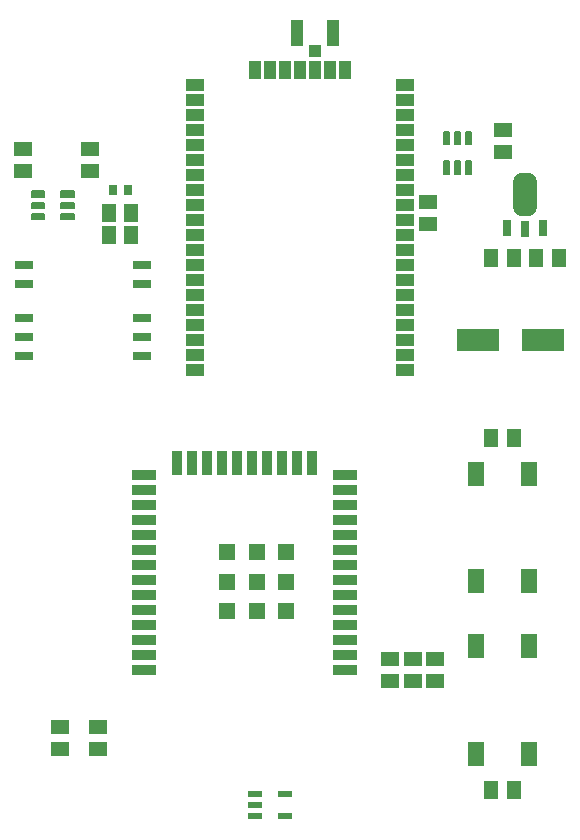
<source format=gbr>
G04 EAGLE Gerber RS-274X export*
G75*
%MOMM*%
%FSLAX34Y34*%
%LPD*%
%INSolderpaste Top*%
%IPPOS*%
%AMOC8*
5,1,8,0,0,1.08239X$1,22.5*%
G01*
%ADD10R,1.500000X1.300000*%
%ADD11R,3.650000X1.850000*%
%ADD12R,1.300000X1.500000*%
%ADD13R,1.000000X2.200000*%
%ADD14R,1.000000X1.100000*%
%ADD15R,1.600000X1.300000*%
%ADD16R,1.400000X2.100000*%
%ADD17R,1.524000X1.016000*%
%ADD18R,1.016000X1.524000*%
%ADD19C,0.145000*%
%ADD20R,2.000000X0.900000*%
%ADD21R,0.900000X2.000000*%
%ADD22R,1.330000X1.330000*%
%ADD23R,0.800000X1.400000*%
%ADD24C,1.524000*%
%ADD25R,1.150000X0.600000*%
%ADD26R,1.500000X0.800000*%
%ADD27R,0.700000X0.900000*%


D10*
X330200Y447650D03*
X330200Y428650D03*
X349250Y447650D03*
X349250Y428650D03*
D11*
X459300Y717550D03*
X404300Y717550D03*
D12*
X415950Y787400D03*
X434950Y787400D03*
X473050Y787400D03*
X454050Y787400D03*
D10*
X361950Y835000D03*
X361950Y816000D03*
X425450Y895800D03*
X425450Y876800D03*
D12*
X415950Y336550D03*
X434950Y336550D03*
X415950Y635000D03*
X434950Y635000D03*
D13*
X251700Y977900D03*
X281700Y977900D03*
D14*
X266700Y962400D03*
D15*
X368300Y428650D03*
X368300Y447650D03*
D16*
X402950Y513300D03*
X402950Y604300D03*
X447950Y513300D03*
X447950Y604300D03*
X447950Y458250D03*
X447950Y367250D03*
X402950Y458250D03*
X402950Y367250D03*
D17*
X342900Y692150D03*
X342900Y755650D03*
X342900Y768350D03*
X342900Y781050D03*
X342900Y819150D03*
X342900Y831850D03*
X342900Y933450D03*
D18*
X292100Y946150D03*
X279400Y946150D03*
X266700Y946150D03*
X254000Y946150D03*
X241300Y946150D03*
X228600Y946150D03*
X215900Y946150D03*
D17*
X165100Y933450D03*
X165100Y882650D03*
X165100Y869950D03*
X165100Y857250D03*
X165100Y768350D03*
X165100Y692150D03*
X342900Y704850D03*
X342900Y717550D03*
X342900Y793750D03*
X342900Y806450D03*
X342900Y844550D03*
X342900Y857250D03*
X165100Y844550D03*
X165100Y831850D03*
X165100Y819150D03*
X165100Y806450D03*
X165100Y793750D03*
X165100Y781050D03*
X165100Y742950D03*
X165100Y730250D03*
X165100Y717550D03*
X165100Y704850D03*
X165100Y895350D03*
X165100Y908050D03*
X165100Y920750D03*
X342900Y920750D03*
X342900Y908050D03*
X342900Y895350D03*
X342900Y882650D03*
X342900Y869950D03*
X342900Y742950D03*
X342900Y730250D03*
X165100Y755650D03*
D19*
X380025Y858425D02*
X380025Y869075D01*
X380025Y858425D02*
X375675Y858425D01*
X375675Y869075D01*
X380025Y869075D01*
X380025Y859802D02*
X375675Y859802D01*
X375675Y861179D02*
X380025Y861179D01*
X380025Y862556D02*
X375675Y862556D01*
X375675Y863933D02*
X380025Y863933D01*
X380025Y865310D02*
X375675Y865310D01*
X375675Y866687D02*
X380025Y866687D01*
X380025Y868064D02*
X375675Y868064D01*
X389525Y869075D02*
X389525Y858425D01*
X385175Y858425D01*
X385175Y869075D01*
X389525Y869075D01*
X389525Y859802D02*
X385175Y859802D01*
X385175Y861179D02*
X389525Y861179D01*
X389525Y862556D02*
X385175Y862556D01*
X385175Y863933D02*
X389525Y863933D01*
X389525Y865310D02*
X385175Y865310D01*
X385175Y866687D02*
X389525Y866687D01*
X389525Y868064D02*
X385175Y868064D01*
X399025Y869075D02*
X399025Y858425D01*
X394675Y858425D01*
X394675Y869075D01*
X399025Y869075D01*
X399025Y859802D02*
X394675Y859802D01*
X394675Y861179D02*
X399025Y861179D01*
X399025Y862556D02*
X394675Y862556D01*
X394675Y863933D02*
X399025Y863933D01*
X399025Y865310D02*
X394675Y865310D01*
X394675Y866687D02*
X399025Y866687D01*
X399025Y868064D02*
X394675Y868064D01*
X380025Y883525D02*
X380025Y894175D01*
X380025Y883525D02*
X375675Y883525D01*
X375675Y894175D01*
X380025Y894175D01*
X380025Y884902D02*
X375675Y884902D01*
X375675Y886279D02*
X380025Y886279D01*
X380025Y887656D02*
X375675Y887656D01*
X375675Y889033D02*
X380025Y889033D01*
X380025Y890410D02*
X375675Y890410D01*
X375675Y891787D02*
X380025Y891787D01*
X380025Y893164D02*
X375675Y893164D01*
X389525Y894175D02*
X389525Y883525D01*
X385175Y883525D01*
X385175Y894175D01*
X389525Y894175D01*
X389525Y884902D02*
X385175Y884902D01*
X385175Y886279D02*
X389525Y886279D01*
X389525Y887656D02*
X385175Y887656D01*
X385175Y889033D02*
X389525Y889033D01*
X389525Y890410D02*
X385175Y890410D01*
X385175Y891787D02*
X389525Y891787D01*
X389525Y893164D02*
X385175Y893164D01*
X399025Y894175D02*
X399025Y883525D01*
X394675Y883525D01*
X394675Y894175D01*
X399025Y894175D01*
X399025Y884902D02*
X394675Y884902D01*
X394675Y886279D02*
X399025Y886279D01*
X399025Y887656D02*
X394675Y887656D01*
X394675Y889033D02*
X399025Y889033D01*
X399025Y890410D02*
X394675Y890410D01*
X394675Y891787D02*
X399025Y891787D01*
X399025Y893164D02*
X394675Y893164D01*
D20*
X292100Y438150D03*
X292100Y450850D03*
X292100Y463550D03*
X292100Y476250D03*
X292100Y488950D03*
X292100Y501650D03*
X292100Y514350D03*
X292100Y527050D03*
X292100Y539750D03*
X292100Y552450D03*
X292100Y565150D03*
X292100Y577850D03*
X292100Y590550D03*
X292100Y603250D03*
D21*
X264250Y613250D03*
X251550Y613250D03*
X238850Y613250D03*
X226150Y613250D03*
X213450Y613250D03*
X200750Y613250D03*
X188050Y613250D03*
X175350Y613250D03*
X162650Y613250D03*
X149950Y613250D03*
D20*
X122100Y603250D03*
X122100Y590550D03*
X122100Y577850D03*
X122100Y565150D03*
X122100Y552450D03*
X122100Y539750D03*
X122100Y527050D03*
X122100Y514350D03*
X122100Y501650D03*
X122100Y488950D03*
X122100Y476250D03*
X122100Y463550D03*
X122100Y450850D03*
X122100Y438150D03*
D22*
X242100Y488150D03*
X242100Y513150D03*
X242100Y538150D03*
X217100Y538150D03*
X217100Y513150D03*
X217100Y488150D03*
X192100Y488150D03*
X192100Y513150D03*
X192100Y538150D03*
D23*
X444500Y812050D03*
X429260Y812800D03*
X459740Y812800D03*
D24*
X447040Y830620D02*
X441960Y830620D01*
X441960Y851880D01*
X447040Y851880D01*
X447040Y830620D01*
X447040Y845098D02*
X441960Y845098D01*
D25*
X216100Y333350D03*
X216100Y323850D03*
X216100Y314350D03*
X241100Y314350D03*
X241100Y333350D03*
D26*
X19850Y781450D03*
X19850Y765450D03*
X19850Y736450D03*
X19850Y720450D03*
X19850Y704450D03*
X119850Y704450D03*
X119850Y720450D03*
X119850Y736450D03*
X119850Y765450D03*
X119850Y781450D03*
D27*
X108100Y844550D03*
X95100Y844550D03*
D10*
X50800Y390500D03*
X50800Y371500D03*
X82550Y390500D03*
X82550Y371500D03*
D12*
X111100Y806450D03*
X92100Y806450D03*
X111100Y825500D03*
X92100Y825500D03*
D19*
X62325Y824525D02*
X51675Y824525D01*
X62325Y824525D02*
X62325Y820175D01*
X51675Y820175D01*
X51675Y824525D01*
X51675Y821552D02*
X62325Y821552D01*
X62325Y822929D02*
X51675Y822929D01*
X51675Y824306D02*
X62325Y824306D01*
X62325Y834025D02*
X51675Y834025D01*
X62325Y834025D02*
X62325Y829675D01*
X51675Y829675D01*
X51675Y834025D01*
X51675Y831052D02*
X62325Y831052D01*
X62325Y832429D02*
X51675Y832429D01*
X51675Y833806D02*
X62325Y833806D01*
X62325Y843525D02*
X51675Y843525D01*
X62325Y843525D02*
X62325Y839175D01*
X51675Y839175D01*
X51675Y843525D01*
X51675Y840552D02*
X62325Y840552D01*
X62325Y841929D02*
X51675Y841929D01*
X51675Y843306D02*
X62325Y843306D01*
X37225Y824525D02*
X26575Y824525D01*
X37225Y824525D02*
X37225Y820175D01*
X26575Y820175D01*
X26575Y824525D01*
X26575Y821552D02*
X37225Y821552D01*
X37225Y822929D02*
X26575Y822929D01*
X26575Y824306D02*
X37225Y824306D01*
X37225Y834025D02*
X26575Y834025D01*
X37225Y834025D02*
X37225Y829675D01*
X26575Y829675D01*
X26575Y834025D01*
X26575Y831052D02*
X37225Y831052D01*
X37225Y832429D02*
X26575Y832429D01*
X26575Y833806D02*
X37225Y833806D01*
X37225Y843525D02*
X26575Y843525D01*
X37225Y843525D02*
X37225Y839175D01*
X26575Y839175D01*
X26575Y843525D01*
X26575Y840552D02*
X37225Y840552D01*
X37225Y841929D02*
X26575Y841929D01*
X26575Y843306D02*
X37225Y843306D01*
D10*
X76200Y860450D03*
X76200Y879450D03*
X19050Y860450D03*
X19050Y879450D03*
M02*

</source>
